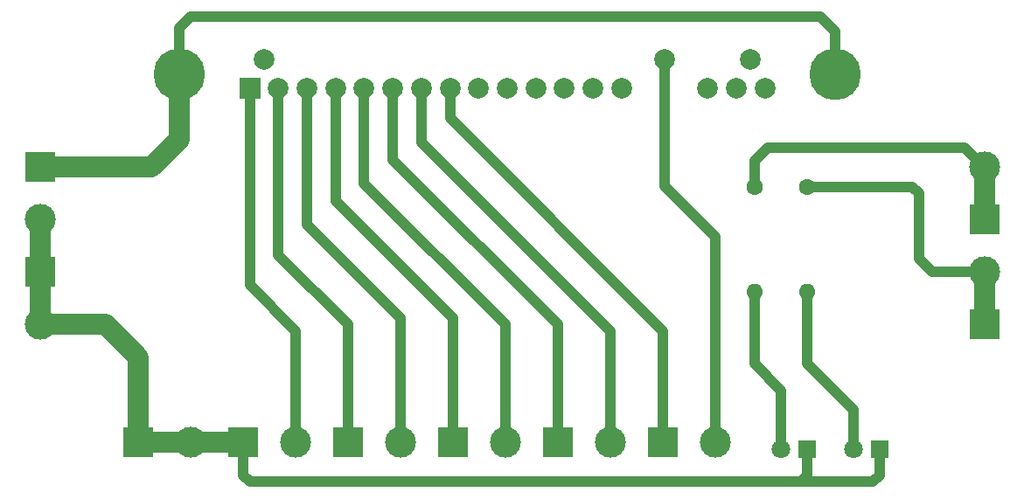
<source format=gbr>
%TF.GenerationSoftware,KiCad,Pcbnew,(6.0.7)*%
%TF.CreationDate,2022-09-12T17:06:16+03:00*%
%TF.ProjectId,io-breakout,696f2d62-7265-4616-9b6f-75742e6b6963,rev?*%
%TF.SameCoordinates,Original*%
%TF.FileFunction,Copper,L1,Top*%
%TF.FilePolarity,Positive*%
%FSLAX46Y46*%
G04 Gerber Fmt 4.6, Leading zero omitted, Abs format (unit mm)*
G04 Created by KiCad (PCBNEW (6.0.7)) date 2022-09-12 17:06:16*
%MOMM*%
%LPD*%
G01*
G04 APERTURE LIST*
%TA.AperFunction,ComponentPad*%
%ADD10R,3.000000X3.000000*%
%TD*%
%TA.AperFunction,ComponentPad*%
%ADD11C,3.000000*%
%TD*%
%TA.AperFunction,ComponentPad*%
%ADD12C,2.000000*%
%TD*%
%TA.AperFunction,ComponentPad*%
%ADD13C,5.000000*%
%TD*%
%TA.AperFunction,ComponentPad*%
%ADD14R,2.000000X2.000000*%
%TD*%
%TA.AperFunction,ComponentPad*%
%ADD15C,1.600000*%
%TD*%
%TA.AperFunction,ComponentPad*%
%ADD16O,1.600000X1.600000*%
%TD*%
%TA.AperFunction,ComponentPad*%
%ADD17R,1.800000X1.800000*%
%TD*%
%TA.AperFunction,ComponentPad*%
%ADD18C,1.800000*%
%TD*%
%TA.AperFunction,Conductor*%
%ADD19C,1.000000*%
%TD*%
%TA.AperFunction,Conductor*%
%ADD20C,2.000000*%
%TD*%
G04 APERTURE END LIST*
D10*
%TO.P,J3,1,Pin_1*%
%TO.N,/P2*%
X118745000Y-107950000D03*
D11*
%TO.P,J3,2,Pin_2*%
%TO.N,/P3*%
X123825000Y-107950000D03*
%TD*%
D10*
%TO.P,J10,1,Pin_1*%
%TO.N,Earth*%
X88900000Y-81280000D03*
D11*
%TO.P,J10,2,Pin_2*%
%TO.N,GND*%
X88900000Y-86360000D03*
%TD*%
D10*
%TO.P,J2,1,Pin_1*%
%TO.N,GND*%
X108585000Y-107950000D03*
D11*
%TO.P,J2,2,Pin_2*%
%TO.N,/P1*%
X113665000Y-107950000D03*
%TD*%
D12*
%TO.P,J9,*%
%TO.N,*%
X157695000Y-70820000D03*
X110605000Y-70820000D03*
D13*
%TO.P,J9,0,PAD*%
%TO.N,Earth*%
X165900000Y-72240000D03*
X102400000Y-72240000D03*
D14*
%TO.P,J9,1,1*%
%TO.N,/P1*%
X109220000Y-73660000D03*
D12*
%TO.P,J9,2,2*%
%TO.N,/P2*%
X111990000Y-73660000D03*
%TO.P,J9,3,3*%
%TO.N,/P3*%
X114760000Y-73660000D03*
%TO.P,J9,4,4*%
%TO.N,/P4*%
X117530000Y-73660000D03*
%TO.P,J9,5,5*%
%TO.N,/P5*%
X120300000Y-73660000D03*
%TO.P,J9,6,6*%
%TO.N,/P6*%
X123070000Y-73660000D03*
%TO.P,J9,7,7*%
%TO.N,/P7*%
X125840000Y-73660000D03*
%TO.P,J9,8,8*%
%TO.N,/P8*%
X128610000Y-73660000D03*
%TO.P,J9,9,9*%
%TO.N,unconnected-(J9-Pad9)*%
X131380000Y-73660000D03*
%TO.P,J9,10,10*%
%TO.N,unconnected-(J9-Pad10)*%
X134150000Y-73660000D03*
%TO.P,J9,11,11*%
%TO.N,unconnected-(J9-Pad11)*%
X136920000Y-73660000D03*
%TO.P,J9,12,12*%
%TO.N,unconnected-(J9-Pad12)*%
X139690000Y-73660000D03*
%TO.P,J9,13,13*%
%TO.N,unconnected-(J9-Pad13)*%
X142460000Y-73660000D03*
%TO.P,J9,14,14*%
%TO.N,unconnected-(J9-Pad14)*%
X145230000Y-73660000D03*
%TO.P,J9,17,17*%
%TO.N,unconnected-(J9-Pad17)*%
X153540000Y-73660000D03*
%TO.P,J9,18,18*%
%TO.N,unconnected-(J9-Pad18)*%
X156310000Y-73660000D03*
%TO.P,J9,19,19*%
%TO.N,unconnected-(J9-Pad19)*%
X159080000Y-73660000D03*
%TO.P,J9,34,34*%
%TO.N,/P34*%
X149385000Y-70820000D03*
%TD*%
D10*
%TO.P,J5,1,Pin_1*%
%TO.N,/P6*%
X139065000Y-107950000D03*
D11*
%TO.P,J5,2,Pin_2*%
%TO.N,/P7*%
X144145000Y-107950000D03*
%TD*%
D10*
%TO.P,J1,1,Pin_1*%
%TO.N,GND*%
X98425000Y-107950000D03*
D11*
%TO.P,J1,2,Pin_2*%
X103505000Y-107950000D03*
%TD*%
D10*
%TO.P,J11,1,Pin_1*%
%TO.N,GND*%
X88900000Y-91440000D03*
D11*
%TO.P,J11,2,Pin_2*%
X88900000Y-96520000D03*
%TD*%
D10*
%TO.P,J8,1,Pin_1*%
%TO.N,/24V{slash}a*%
X180340000Y-86360000D03*
D11*
%TO.P,J8,2,Pin_2*%
X180340000Y-81280000D03*
%TD*%
D10*
%TO.P,J7,1,Pin_1*%
%TO.N,/24V*%
X180340000Y-96520000D03*
D11*
%TO.P,J7,2,Pin_2*%
X180340000Y-91440000D03*
%TD*%
D15*
%TO.P,R1,1*%
%TO.N,/24V*%
X163195000Y-83185000D03*
D16*
%TO.P,R1,2*%
%TO.N,Net-(D1-Pad2)*%
X163195000Y-93345000D03*
%TD*%
D15*
%TO.P,R2,1*%
%TO.N,/24V{slash}a*%
X158115000Y-83185000D03*
D16*
%TO.P,R2,2*%
%TO.N,Net-(D2-Pad2)*%
X158115000Y-93345000D03*
%TD*%
D17*
%TO.P,D1,1,K*%
%TO.N,GND*%
X170185000Y-108585000D03*
D18*
%TO.P,D1,2,A*%
%TO.N,Net-(D1-Pad2)*%
X167645000Y-108585000D03*
%TD*%
D10*
%TO.P,J6,1,Pin_1*%
%TO.N,/P8*%
X149225000Y-107950000D03*
D11*
%TO.P,J6,2,Pin_2*%
%TO.N,/P34*%
X154305000Y-107950000D03*
%TD*%
D17*
%TO.P,D2,1,K*%
%TO.N,GND*%
X163200000Y-108585000D03*
D18*
%TO.P,D2,2,A*%
%TO.N,Net-(D2-Pad2)*%
X160660000Y-108585000D03*
%TD*%
D10*
%TO.P,J4,1,Pin_1*%
%TO.N,/P4*%
X128905000Y-107950000D03*
D11*
%TO.P,J4,2,Pin_2*%
%TO.N,/P5*%
X133985000Y-107950000D03*
%TD*%
D19*
%TO.N,Earth*%
X102400000Y-67780000D02*
X103505000Y-66675000D01*
X102400000Y-72240000D02*
X102400000Y-67780000D01*
D20*
X99695000Y-81280000D02*
X102400000Y-78575000D01*
X102400000Y-78575000D02*
X102400000Y-72240000D01*
D19*
X103505000Y-66675000D02*
X164465000Y-66675000D01*
D20*
X88900000Y-81280000D02*
X99695000Y-81280000D01*
D19*
X165900000Y-68110000D02*
X165900000Y-72240000D01*
X164465000Y-66675000D02*
X165900000Y-68110000D01*
D20*
%TO.N,GND*%
X103505000Y-107950000D02*
X108585000Y-107950000D01*
X98425000Y-107950000D02*
X103505000Y-107950000D01*
D19*
X162560000Y-111760000D02*
X163200000Y-111120000D01*
D20*
X88900000Y-91440000D02*
X88900000Y-96520000D01*
D19*
X161925000Y-111760000D02*
X169545000Y-111760000D01*
D20*
X98425000Y-99695000D02*
X95250000Y-96520000D01*
D19*
X169545000Y-111760000D02*
X170185000Y-111120000D01*
X163200000Y-111120000D02*
X163200000Y-108585000D01*
D20*
X98425000Y-107950000D02*
X98425000Y-99695000D01*
D19*
X161925000Y-111760000D02*
X162560000Y-111760000D01*
X108585000Y-107950000D02*
X108585000Y-111125000D01*
X170185000Y-111120000D02*
X170185000Y-108585000D01*
X108585000Y-111125000D02*
X109220000Y-111760000D01*
X109220000Y-111760000D02*
X161925000Y-111760000D01*
D20*
X88900000Y-86360000D02*
X88900000Y-91440000D01*
X95250000Y-96520000D02*
X88900000Y-96520000D01*
D19*
%TO.N,/P1*%
X113665000Y-107950000D02*
X113665000Y-97155000D01*
X113665000Y-97155000D02*
X109220000Y-92710000D01*
X109220000Y-73660000D02*
X109220000Y-92710000D01*
%TO.N,/P2*%
X118745000Y-107950000D02*
X118745000Y-96520000D01*
X111990000Y-89765000D02*
X111990000Y-73660000D01*
X118745000Y-96520000D02*
X111990000Y-89765000D01*
%TO.N,/P3*%
X123825000Y-95885000D02*
X114760000Y-86820000D01*
X114760000Y-86820000D02*
X114760000Y-73660000D01*
X123825000Y-107950000D02*
X123825000Y-95885000D01*
%TO.N,/P4*%
X128905000Y-107950000D02*
X128905000Y-95885000D01*
X128905000Y-95885000D02*
X117530000Y-84510000D01*
X117530000Y-84510000D02*
X117530000Y-73660000D01*
%TO.N,/P5*%
X120300000Y-82835000D02*
X120300000Y-73660000D01*
X133985000Y-96520000D02*
X120300000Y-82835000D01*
X133985000Y-107950000D02*
X133985000Y-96520000D01*
%TO.N,/P6*%
X139065000Y-107950000D02*
X139065000Y-96520000D01*
X123070000Y-80525000D02*
X123070000Y-73660000D01*
X139065000Y-96520000D02*
X123070000Y-80525000D01*
%TO.N,/P7*%
X125840000Y-73660000D02*
X125840000Y-78850000D01*
X144145000Y-97155000D02*
X144145000Y-107950000D01*
X125840000Y-78850000D02*
X144145000Y-97155000D01*
%TO.N,/P8*%
X128610000Y-76540000D02*
X149225000Y-97155000D01*
X128610000Y-73660000D02*
X128610000Y-76540000D01*
X149225000Y-97155000D02*
X149225000Y-107950000D01*
%TO.N,/P34*%
X149385000Y-70820000D02*
X149385000Y-83091000D01*
X154305000Y-107950000D02*
X154305000Y-88011000D01*
X149385000Y-83091000D02*
X154305000Y-88011000D01*
%TO.N,/24V*%
X173990000Y-90170000D02*
X173990000Y-83820000D01*
X180340000Y-91440000D02*
X175260000Y-91440000D01*
X173355000Y-83185000D02*
X163195000Y-83185000D01*
X175260000Y-91440000D02*
X173990000Y-90170000D01*
X173990000Y-83820000D02*
X173355000Y-83185000D01*
D20*
X180340000Y-96520000D02*
X180340000Y-91440000D01*
D19*
%TO.N,/24V{slash}a*%
X180340000Y-81280000D02*
X178435000Y-79375000D01*
X159385000Y-79375000D02*
X158115000Y-80645000D01*
D20*
X180340000Y-86360000D02*
X180340000Y-81280000D01*
D19*
X158115000Y-80645000D02*
X158115000Y-83185000D01*
X178435000Y-79375000D02*
X159385000Y-79375000D01*
%TO.N,Net-(D1-Pad2)*%
X163195000Y-100330000D02*
X167645000Y-104780000D01*
X167645000Y-108585000D02*
X167645000Y-104780000D01*
X163195000Y-93345000D02*
X163195000Y-100330000D01*
%TO.N,Net-(D2-Pad2)*%
X158115000Y-100330000D02*
X160660000Y-102875000D01*
X158115000Y-93345000D02*
X158115000Y-100330000D01*
X160660000Y-102875000D02*
X160660000Y-108585000D01*
%TD*%
M02*

</source>
